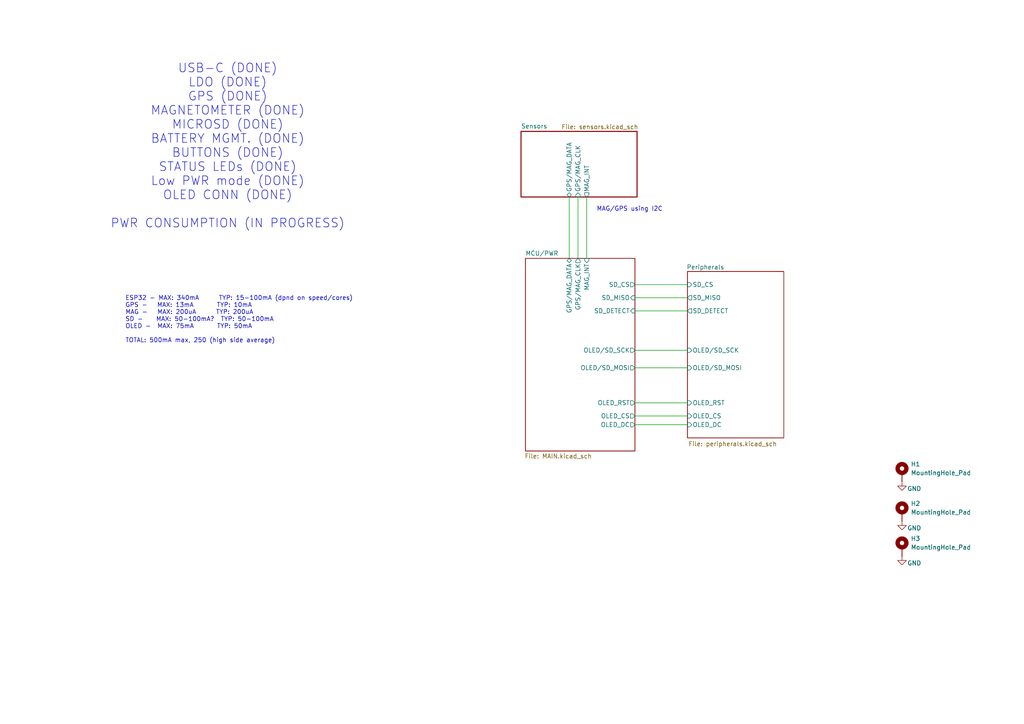
<source format=kicad_sch>
(kicad_sch (version 20250114) (generator "eeschema") (generator_version "9.0")
  (paper "A4")
  (title_block (title "ESP32 Telemetry Tracker Board") (date "2026-01-07") (rev "1.0") (company "ECE-212 Team 7") (comment 1 "Matthew Tubbin"))
  (lib_symbols
    (symbol "Mechanical:MountingHole_Pad" (pin_numbers (hide yes)) (pin_names (offset 1.016) (hide yes)) (in_bom no)
      (property "Reference" "H" (at 0 6.35 0))
      (property "Value" "MountingHole_Pad" (at 0 4.445 0))
      (symbol "MountingHole_Pad_0_1"
        (circle (center 0 1.27) (radius 1.27) (stroke (width 1.27)))
      )
      (symbol "MountingHole_Pad_1_1"
        (pin input line (at 0 -2.54 90) (length 2.54) (name "1") (number "1"))
      )
    )
    (symbol "power:GND" (power) (pin_numbers (hide yes)) (pin_names (offset 0) (hide yes))
      (property "Value" "GND" (at 0 -3.81 0))
      (symbol "GND_0_1"
        (polyline (pts (xy 0 0) (xy 0 -1.27) (xy 1.27 -1.27) (xy 0 -2.54) (xy -1.27 -1.27) (xy 0 -1.27)))
      )
      (symbol "GND_1_1"
        (pin power_in line (at 0 0 270) (length 0) (name "~") (number "1"))
      )
    )
  )
  (text "USB-C (DONE)\nLDO (DONE)\nGPS (DONE)\nMAGNETOMETER (DONE)\nMICROSD (DONE)\nBATTERY MGMT. (DONE)\nBUTTONS (DONE)\nSTATUS LEDs (DONE)\nLow PWR mode (DONE)\nOLED CONN (DONE)\n\nPWR CONSUMPTION (IN PROGRESS)\n\n" (at 66.04 44.45 0) (effects (font (size 2.54 2.54))))
  (text "MAG/GPS using I2C" (at 182.626 60.706 0) (effects (font (size 1.27 1.27))))
  (text "ESP32 - MAX: 340mA      TYP: 15-100mA (dpnd on speed/cores)\nGPS -   MAX: 13mA       TYP: 10mA\nMAG -   MAX: 200uA      TYP: 200uA\nSD -    MAX: 50-100mA?  TYP: 50-100mA\nOLED -  MAX: 75mA       TYP: 50mA\n\nTOTAL: 500mA max, 250 (high side average)" (at 36.322 92.71 0) (effects (font (size 1.27 1.27)) (justify left)))
  (wire (pts (xy 184.15 90.17) (xy 199.39 90.17)))
  (wire (pts (xy 184.15 86.36) (xy 199.39 86.36)))
  (wire (pts (xy 184.15 82.55) (xy 199.39 82.55)))
  (wire (pts (xy 170.18 57.15) (xy 170.18 74.93)))
  (wire (pts (xy 167.64 57.15) (xy 167.64 74.93)))
  (wire (pts (xy 184.15 116.84) (xy 199.39 116.84)))
  (wire (pts (xy 165.1 57.15) (xy 165.1 74.93)))
  (wire (pts (xy 184.15 123.19) (xy 199.39 123.19)))
  (wire (pts (xy 184.15 106.68) (xy 199.39 106.68)))
  (wire (pts (xy 184.15 120.65) (xy 199.39 120.65)))
  (wire (pts (xy 184.15 101.6) (xy 199.39 101.6)))
  (symbol (lib_id "Mechanical:MountingHole_Pad") (at 261.62 158.75 0) (unit 1) (in_bom no)
    (property "Reference" "H3" (at 264.16 156.2099 0) (effects (justify left)))
    (property "Value" "MountingHole_Pad" (at 264.16 158.7499 0) (effects (justify left)))
    (property "Footprint" "MountingHole:MountingHole_2.2mm_M2_Pad_Via" (effects (hide yes)))
    (property "Description" "Mounting Hole with connection" (effects (hide yes)))
  )
  (symbol (lib_id "power:GND") (at 261.62 151.13 0) (unit 1)
    (property "Reference" "#PWR02" (effects (hide yes)))
    (property "Value" "GND" (at 265.176 153.162 0))
    (property "Description" "Power symbol creates a global label with name \"GND\" , ground" (effects (hide yes)))
  )
  (symbol (lib_id "power:GND") (at 261.62 161.29 0) (unit 1)
    (property "Reference" "#PWR03" (effects (hide yes)))
    (property "Value" "GND" (at 265.176 163.322 0))
    (property "Description" "Power symbol creates a global label with name \"GND\" , ground" (effects (hide yes)))
  )
  (symbol (lib_id "power:GND") (at 261.62 139.7 0) (unit 1)
    (property "Reference" "#PWR01" (effects (hide yes)))
    (property "Value" "GND" (at 265.176 141.732 0))
    (property "Description" "Power symbol creates a global label with name \"GND\" , ground" (effects (hide yes)))
  )
  (symbol (lib_id "Mechanical:MountingHole_Pad") (at 261.62 148.59 0) (unit 1) (in_bom no)
    (property "Reference" "H2" (at 264.16 146.0499 0) (effects (justify left)))
    (property "Value" "MountingHole_Pad" (at 264.16 148.5899 0) (effects (justify left)))
    (property "Footprint" "MountingHole:MountingHole_2.2mm_M2_Pad_Via" (effects (hide yes)))
    (property "Description" "Mounting Hole with connection" (effects (hide yes)))
  )
  (symbol (lib_id "Mechanical:MountingHole_Pad") (at 261.62 137.16 0) (unit 1) (in_bom no)
    (property "Reference" "H1" (at 264.16 134.6199 0) (effects (justify left)))
    (property "Value" "MountingHole_Pad" (at 264.16 137.1599 0) (effects (justify left)))
    (property "Footprint" "MountingHole:MountingHole_2.2mm_M2_Pad_Via" (effects (hide yes)))
    (property "Description" "Mounting Hole with connection" (effects (hide yes)))
  )
  (sheet (at 199.39 78.74) (size 27.94 48.26) (stroke (width 0.1524))
    (property "Sheetname" "Peripherals" (at 199.136 78.232 0) (effects (justify left bottom)))
    (property "Sheetfile" "peripherals.kicad_sch" (at 199.644 128.016 0) (effects (justify left top)))
    (pin "OLED_CS" input (at 199.39 120.65 180))
    (pin "SD_CS" input (at 199.39 82.55 180))
    (pin "OLED_DC" input (at 199.39 123.19 180))
    (pin "OLED_RST" input (at 199.39 116.84 180))
    (pin "OLED{slash}SD_MOSI" input (at 199.39 106.68 180))
    (pin "OLED{slash}SD_SCK" input (at 199.39 101.6 180))
    (pin "SD_DETECT" output (at 199.39 90.17 180))
    (pin "SD_MISO" output (at 199.39 86.36 180))
  )
  (sheet (at 152.4 74.93) (size 31.75 55.88) (stroke (width 0.1524))
    (property "Sheetname" "MCU/PWR" (at 152.4 74.2184 0) (effects (justify left bottom)))
    (property "Sheetfile" "MAIN.kicad_sch" (at 152.146 131.572 0) (effects (justify left top)))
    (pin "GPS{slash}MAG_DATA" bidirectional (at 165.1 74.93 90))
    (pin "GPS{slash}MAG_CLK" output (at 167.64 74.93 90))
    (pin "MAG_INT" input (at 170.18 74.93 90))
    (pin "OLED_CS" output (at 184.15 120.65 0))
    (pin "OLED_DC" output (at 184.15 123.19 0))
    (pin "OLED_RST" output (at 184.15 116.84 0))
    (pin "OLED{slash}SD_MOSI" output (at 184.15 106.68 0))
    (pin "OLED{slash}SD_SCK" output (at 184.15 101.6 0))
    (pin "SD_CS" output (at 184.15 82.55 0))
    (pin "SD_DETECT" input (at 184.15 90.17 0))
    (pin "SD_MISO" input (at 184.15 86.36 0))
  )
  (sheet (at 151.13 38.1) (size 33.655 19.05) (stroke (width 0.254))
    (property "Sheetname" "Sensors" (at 151.13 37.3376 0) (effects (justify left bottom)))
    (property "Sheetfile" "sensors.kicad_sch" (at 162.814 36.068 0) (effects (justify left top)))
    (pin "GPS{slash}MAG_DATA" bidirectional (at 165.1 57.15 270))
    (pin "GPS{slash}MAG_CLK" input (at 167.64 57.15 270))
    (pin "MAG_INT" output (at 170.18 57.15 270))
  )
)
</source>
